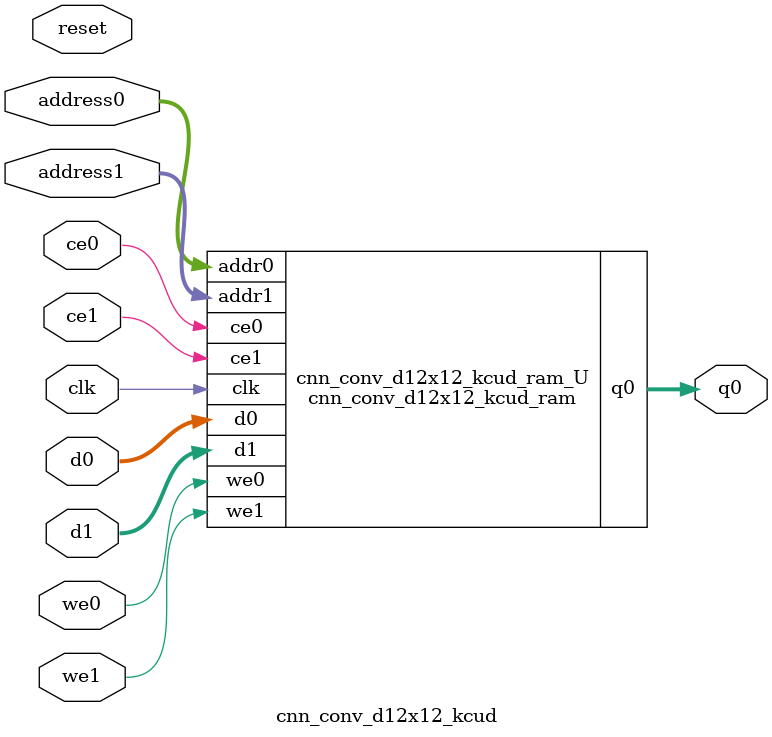
<source format=v>

`timescale 1 ns / 1 ps
module cnn_conv_d12x12_kcud_ram (addr0, ce0, d0, we0, q0, addr1, ce1, d1, we1,  clk);

parameter DWIDTH = 32;
parameter AWIDTH = 4;
parameter MEM_SIZE = 12;

input[AWIDTH-1:0] addr0;
input ce0;
input[DWIDTH-1:0] d0;
input we0;
output reg[DWIDTH-1:0] q0;
input[AWIDTH-1:0] addr1;
input ce1;
input[DWIDTH-1:0] d1;
input we1;
input clk;

(* ram_style = "block" *)reg [DWIDTH-1:0] ram[0:MEM_SIZE-1];




always @(posedge clk)  
begin 
    if (ce0) 
    begin
        if (we0) 
        begin 
            ram[addr0] <= d0; 
            q0 <= d0;
        end 
        else 
            q0 <= ram[addr0];
    end
end


always @(posedge clk)  
begin 
    if (ce1) 
    begin
        if (we1) 
        begin 
            ram[addr1] <= d1; 
        end 
    end
end


endmodule


`timescale 1 ns / 1 ps
module cnn_conv_d12x12_kcud(
    reset,
    clk,
    address0,
    ce0,
    we0,
    d0,
    q0,
    address1,
    ce1,
    we1,
    d1);

parameter DataWidth = 32'd32;
parameter AddressRange = 32'd12;
parameter AddressWidth = 32'd4;
input reset;
input clk;
input[AddressWidth - 1:0] address0;
input ce0;
input we0;
input[DataWidth - 1:0] d0;
output[DataWidth - 1:0] q0;
input[AddressWidth - 1:0] address1;
input ce1;
input we1;
input[DataWidth - 1:0] d1;



cnn_conv_d12x12_kcud_ram cnn_conv_d12x12_kcud_ram_U(
    .clk( clk ),
    .addr0( address0 ),
    .ce0( ce0 ),
    .d0( d0 ),
    .we0( we0 ),
    .q0( q0 ),
    .addr1( address1 ),
    .ce1( ce1 ),
    .d1( d1 ),
    .we1( we1 ));

endmodule


</source>
